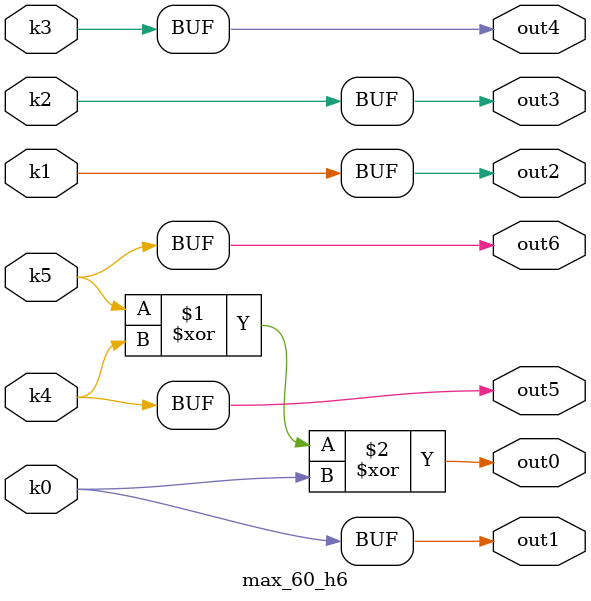
<source format=v>
module max_60(pi00, pi01, pi02, pi03, pi04, pi05, pi06, pi07, pi08, pi09, pi10, pi11, po0, po1, po2, po3, po4, po5, po6);
input pi00, pi01, pi02, pi03, pi04, pi05, pi06, pi07, pi08, pi09, pi10, pi11;
output po0, po1, po2, po3, po4, po5, po6;
wire k0, k1, k2, k3, k4, k5;
max_60_w6 DUT1 (pi00, pi01, pi02, pi03, pi04, pi05, pi06, pi07, pi08, pi09, pi10, pi11, k0, k1, k2, k3, k4, k5);
max_60_h6 DUT2 (k0, k1, k2, k3, k4, k5, po0, po1, po2, po3, po4, po5, po6);
endmodule

module max_60_w6(in11, in10, in9, in8, in7, in6, in5, in4, in3, in2, in1, in0, k5, k4, k3, k2, k1, k0);
input in11, in10, in9, in8, in7, in6, in5, in4, in3, in2, in1, in0;
output k5, k4, k3, k2, k1, k0;
assign k0 =   in0 ? ~in8 : ~in3;
assign k1 =   in0 ? ~in9 : ~in4;
assign k2 =   in0 ? ~in10 : ~in5;
assign k3 =   in0 ? ~in11 : ~in6;
assign k4 =   ~in7 & in2;
assign k5 =   (((~in11 | (in6 & ~in1)) & (in6 | ~in1)) | (~in8 & in3) | (~in9 & in4) | (~in10 & in5)) & ((~in8 & in3) | ((~in10 | in5 | (~in9 & in4)) & (~in9 | in4))) & (in2 | ~in7) & (~in8 | in3);
endmodule

module max_60_h6(k5, k4, k3, k2, k1, k0, out6, out5, out4, out3, out2, out1, out0);
input k5, k4, k3, k2, k1, k0;
output out6, out5, out4, out3, out2, out1, out0;
assign out0 = k5 ^ k4 ^ k0;
assign out1 = k0;
assign out2 = k1;
assign out3 = k2;
assign out4 = k3;
assign out5 = k4;
assign out6 = k5;
endmodule

</source>
